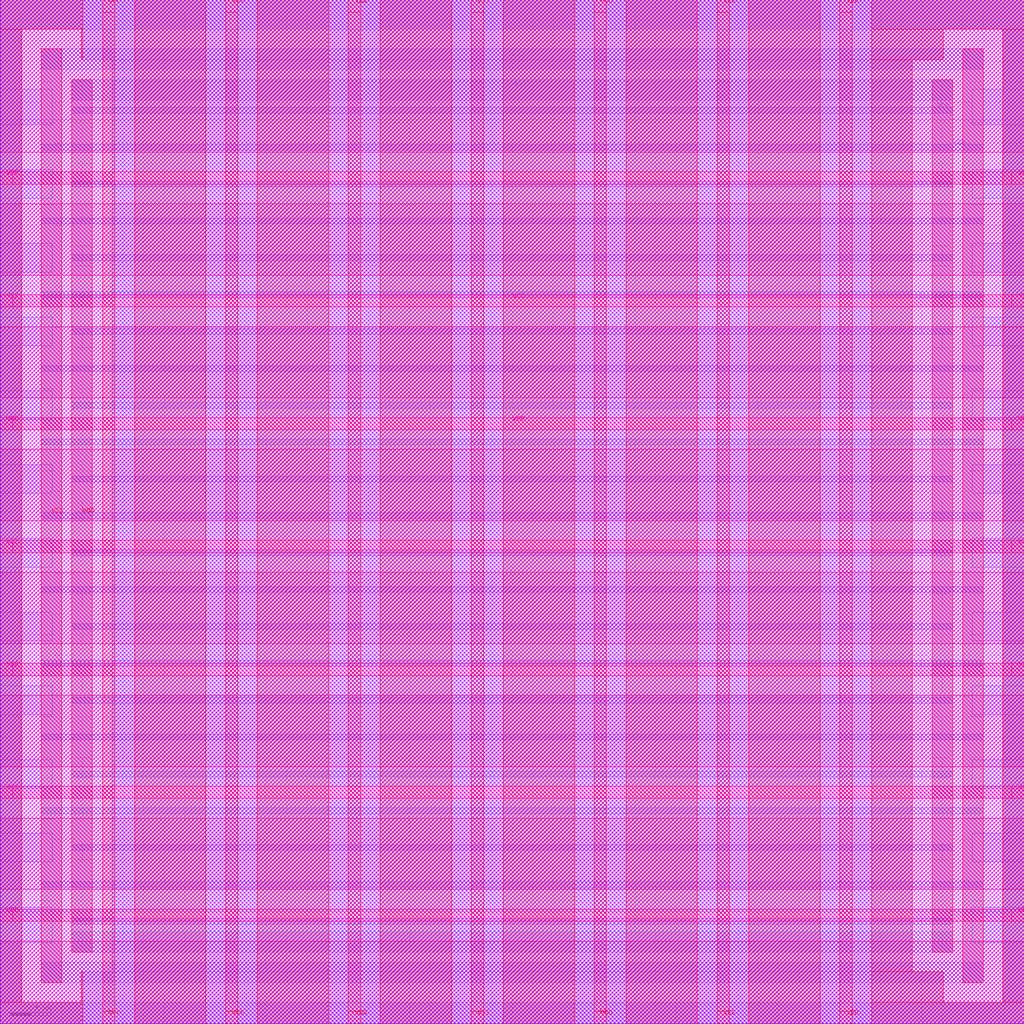
<source format=lef>
###############################################################
#  Generated by:      Cadence Innovus 21.37-s075_1
#  OS:                Linux x86_64(Host ID caen-vnc-mi04.engin.umich.edu)
#  Generated on:      Fri Feb 14 15:29:48 2025
#  Design:            xor_sbox
###############################################################

VERSION 5.8 ;

BUSBITCHARS "[]" ;
DIVIDERCHAR "/" ;

MACRO xor_sbox
  CLASS BLOCK ;
  SIZE 100.000000 BY 100.000000 ;
  FOREIGN xor_sbox 0.000000 0.000000 ;
  ORIGIN 0 0 ;
  SYMMETRY X Y R90 ;
  PIN text[7]
    DIRECTION INPUT ;
    USE SIGNAL ;
  END text[7]
  PIN text[6]
    DIRECTION INPUT ;
    USE SIGNAL ;
  END text[6]
  PIN text[5]
    DIRECTION INPUT ;
    USE SIGNAL ;
  END text[5]
  PIN text[4]
    DIRECTION INPUT ;
    USE SIGNAL ;
  END text[4]
  PIN text[3]
    DIRECTION INPUT ;
    USE SIGNAL ;
  END text[3]
  PIN text[2]
    DIRECTION INPUT ;
    USE SIGNAL ;
  END text[2]
  PIN text[1]
    DIRECTION INPUT ;
    USE SIGNAL ;
  END text[1]
  PIN text[0]
    DIRECTION INPUT ;
    USE SIGNAL ;
  END text[0]
  PIN key[7]
    DIRECTION INPUT ;
    USE SIGNAL ;
  END key[7]
  PIN key[6]
    DIRECTION INPUT ;
    USE SIGNAL ;
  END key[6]
  PIN key[5]
    DIRECTION INPUT ;
    USE SIGNAL ;
  END key[5]
  PIN key[4]
    DIRECTION INPUT ;
    USE SIGNAL ;
  END key[4]
  PIN key[3]
    DIRECTION INPUT ;
    USE SIGNAL ;
  END key[3]
  PIN key[2]
    DIRECTION INPUT ;
    USE SIGNAL ;
  END key[2]
  PIN key[1]
    DIRECTION INPUT ;
    USE SIGNAL ;
  END key[1]
  PIN key[0]
    DIRECTION INPUT ;
    USE SIGNAL ;
  END key[0]
  PIN out0[7]
    DIRECTION OUTPUT ;
    USE SIGNAL ;
  END out0[7]
  PIN out0[6]
    DIRECTION OUTPUT ;
    USE SIGNAL ;
  END out0[6]
  PIN out0[5]
    DIRECTION OUTPUT ;
    USE SIGNAL ;
  END out0[5]
  PIN out0[4]
    DIRECTION OUTPUT ;
    USE SIGNAL ;
  END out0[4]
  PIN out0[3]
    DIRECTION OUTPUT ;
    USE SIGNAL ;
  END out0[3]
  PIN out0[2]
    DIRECTION OUTPUT ;
    USE SIGNAL ;
  END out0[2]
  PIN out0[1]
    DIRECTION OUTPUT ;
    USE SIGNAL ;
  END out0[1]
  PIN out0[0]
    DIRECTION OUTPUT ;
    USE SIGNAL ;
  END out0[0]
  PIN VDD
    DIRECTION INOUT ;
    USE POWER ;
    PORT
      LAYER M5 ;
        RECT 0.000000 10.000000 1.200000 11.200000 ;
    END
    PORT
      LAYER M5 ;
        RECT 98.800000 10.000000 100.000000 11.200000 ;
    END
    PORT
      LAYER M5 ;
        RECT 0.000000 34.000000 1.200000 35.200000 ;
    END
    PORT
      LAYER M5 ;
        RECT 98.800000 34.000000 100.000000 35.200000 ;
    END
    PORT
      LAYER M5 ;
        RECT 0.000000 58.000000 1.200000 59.200000 ;
    END
    PORT
      LAYER M5 ;
        RECT 98.800000 58.000000 100.000000 59.200000 ;
    END
    PORT
      LAYER M5 ;
        RECT 0.000000 82.000000 1.200000 83.200000 ;
    END
    PORT
      LAYER M5 ;
        RECT 98.800000 82.000000 100.000000 83.200000 ;
    END
    PORT
      LAYER M4 ;
        RECT 10.000000 0.000000 11.200000 1.200000 ;
    END
    PORT
      LAYER M4 ;
        RECT 10.000000 98.800000 11.200000 100.000000 ;
    END
    PORT
      LAYER M4 ;
        RECT 34.000000 0.000000 35.200000 1.200000 ;
    END
    PORT
      LAYER M4 ;
        RECT 34.000000 98.800000 35.200000 100.000000 ;
    END
    PORT
      LAYER M4 ;
        RECT 58.000000 0.000000 59.200000 1.200000 ;
    END
    PORT
      LAYER M4 ;
        RECT 58.000000 98.800000 59.200000 100.000000 ;
    END
    PORT
      LAYER M4 ;
        RECT 82.000000 0.000000 83.200000 1.200000 ;
    END
    PORT
      LAYER M4 ;
        RECT 82.000000 98.800000 83.200000 100.000000 ;
    END

# P/G power stripe data as pin
    PORT
      LAYER M1 ;
        RECT 7.000000 7.000000 93.000000 9.000000 ;
        RECT 10.000000 24.120000 90.000000 24.680000 ;
        RECT 10.000000 16.920000 90.000000 17.480000 ;
        RECT 10.000000 9.720000 90.000000 10.280000 ;
        RECT 10.000000 45.720000 90.000000 46.280000 ;
        RECT 10.000000 38.520000 90.000000 39.080000 ;
        RECT 10.000000 31.320000 90.000000 31.880000 ;
        RECT 7.000000 9.720000 10.000000 10.280000 ;
        RECT 7.000000 24.120000 10.000000 24.680000 ;
        RECT 7.000000 16.920000 10.000000 17.480000 ;
        RECT 7.000000 31.320000 10.000000 31.880000 ;
        RECT 7.000000 38.520000 10.000000 39.080000 ;
        RECT 7.000000 45.720000 10.000000 46.280000 ;
        RECT 90.000000 9.720000 93.000000 10.280000 ;
        RECT 90.000000 16.920000 93.000000 17.480000 ;
        RECT 90.000000 24.120000 93.000000 24.680000 ;
        RECT 90.000000 31.320000 93.000000 31.880000 ;
        RECT 90.000000 38.520000 93.000000 39.080000 ;
        RECT 90.000000 45.720000 93.000000 46.280000 ;
        RECT 10.000000 52.920000 90.000000 53.480000 ;
        RECT 10.000000 60.120000 90.000000 60.680000 ;
        RECT 10.000000 67.320000 90.000000 67.880000 ;
        RECT 10.000000 74.520000 90.000000 75.080000 ;
        RECT 10.000000 81.720000 90.000000 82.280000 ;
        RECT 10.000000 88.920000 90.000000 89.480000 ;
        RECT 7.000000 90.200000 93.000000 92.200000 ;
        RECT 7.000000 74.520000 10.000000 75.080000 ;
        RECT 7.000000 52.920000 10.000000 53.480000 ;
        RECT 7.000000 60.120000 10.000000 60.680000 ;
        RECT 7.000000 67.320000 10.000000 67.880000 ;
        RECT 7.000000 81.720000 10.000000 82.280000 ;
        RECT 7.000000 88.920000 10.000000 89.480000 ;
        RECT 90.000000 74.520000 93.000000 75.080000 ;
        RECT 90.000000 52.920000 93.000000 53.480000 ;
        RECT 90.000000 60.120000 93.000000 60.680000 ;
        RECT 90.000000 67.320000 93.000000 67.880000 ;
        RECT 90.000000 81.720000 93.000000 82.280000 ;
        RECT 90.000000 88.920000 93.000000 89.480000 ;
      LAYER M2 ;
        RECT 91.000000 7.000000 93.000000 92.200000 ;
        RECT 7.000000 7.000000 9.000000 92.200000 ;
      LAYER M3 ;
        RECT 7.000000 7.000000 93.000000 9.000000 ;
        RECT 7.000000 90.200000 93.000000 92.200000 ;
      LAYER M4 ;
        RECT 82.000000 0.000000 83.200000 100.000000 ;
        RECT 58.000000 0.000000 59.200000 100.000000 ;
        RECT 34.000000 0.000000 35.200000 100.000000 ;
        RECT 10.000000 0.000000 11.200000 100.000000 ;
        RECT 91.000000 7.000000 93.000000 92.200000 ;
        RECT 7.000000 7.000000 9.000000 92.200000 ;
      LAYER M5 ;
        RECT 0.000000 10.000000 100.000000 11.200000 ;
        RECT 0.000000 34.000000 100.000000 35.200000 ;
        RECT 0.000000 82.000000 100.000000 83.200000 ;
        RECT 0.000000 58.000000 100.000000 59.200000 ;
    END
# end of P/G power stripe data as pin

  END VDD
  PIN VSS
    DIRECTION INOUT ;
    USE GROUND ;
    PORT
      LAYER M5 ;
        RECT 0.000000 22.000000 1.200000 23.200000 ;
    END
    PORT
      LAYER M5 ;
        RECT 98.800000 22.000000 100.000000 23.200000 ;
    END
    PORT
      LAYER M5 ;
        RECT 0.000000 46.000000 1.200000 47.200000 ;
    END
    PORT
      LAYER M5 ;
        RECT 98.800000 46.000000 100.000000 47.200000 ;
    END
    PORT
      LAYER M5 ;
        RECT 0.000000 70.000000 1.200000 71.200000 ;
    END
    PORT
      LAYER M5 ;
        RECT 98.800000 70.000000 100.000000 71.200000 ;
    END
    PORT
      LAYER M4 ;
        RECT 22.000000 0.000000 23.200000 1.200000 ;
    END
    PORT
      LAYER M4 ;
        RECT 22.000000 98.800000 23.200000 100.000000 ;
    END
    PORT
      LAYER M4 ;
        RECT 46.000000 0.000000 47.200000 1.200000 ;
    END
    PORT
      LAYER M4 ;
        RECT 46.000000 98.800000 47.200000 100.000000 ;
    END
    PORT
      LAYER M4 ;
        RECT 70.000000 0.000000 71.200000 1.200000 ;
    END
    PORT
      LAYER M4 ;
        RECT 70.000000 98.800000 71.200000 100.000000 ;
    END

# P/G power stripe data as pin
    PORT
      LAYER M1 ;
        RECT 4.000000 4.000000 96.000000 6.000000 ;
        RECT 10.000000 20.520000 90.000000 21.080000 ;
        RECT 10.000000 13.320000 90.000000 13.880000 ;
        RECT 10.000000 49.320000 90.000000 49.880000 ;
        RECT 10.000000 42.120000 90.000000 42.680000 ;
        RECT 10.000000 34.920000 90.000000 35.480000 ;
        RECT 10.000000 27.720000 90.000000 28.280000 ;
        RECT 4.000000 13.320000 10.000000 13.880000 ;
        RECT 4.000000 20.520000 10.000000 21.080000 ;
        RECT 4.000000 27.720000 10.000000 28.280000 ;
        RECT 4.000000 34.920000 10.000000 35.480000 ;
        RECT 4.000000 42.120000 10.000000 42.680000 ;
        RECT 4.000000 49.320000 10.000000 49.880000 ;
        RECT 90.000000 13.320000 96.000000 13.880000 ;
        RECT 90.000000 20.520000 96.000000 21.080000 ;
        RECT 90.000000 27.720000 96.000000 28.280000 ;
        RECT 90.000000 34.920000 96.000000 35.480000 ;
        RECT 90.000000 42.120000 96.000000 42.680000 ;
        RECT 90.000000 49.320000 96.000000 49.880000 ;
        RECT 10.000000 56.520000 90.000000 57.080000 ;
        RECT 10.000000 63.720000 90.000000 64.280000 ;
        RECT 10.000000 70.920000 90.000000 71.480000 ;
        RECT 10.000000 78.120000 90.000000 78.680000 ;
        RECT 10.000000 85.320000 90.000000 85.880000 ;
        RECT 4.000000 93.200000 96.000000 95.200000 ;
        RECT 4.000000 56.520000 10.000000 57.080000 ;
        RECT 4.000000 63.720000 10.000000 64.280000 ;
        RECT 4.000000 70.920000 10.000000 71.480000 ;
        RECT 4.000000 78.120000 10.000000 78.680000 ;
        RECT 4.000000 85.320000 10.000000 85.880000 ;
        RECT 90.000000 56.520000 96.000000 57.080000 ;
        RECT 90.000000 63.720000 96.000000 64.280000 ;
        RECT 90.000000 70.920000 96.000000 71.480000 ;
        RECT 90.000000 78.120000 96.000000 78.680000 ;
        RECT 90.000000 85.320000 96.000000 85.880000 ;
      LAYER M2 ;
        RECT 94.000000 4.000000 96.000000 95.200000 ;
        RECT 4.000000 4.000000 6.000000 95.200000 ;
      LAYER M3 ;
        RECT 4.000000 4.000000 96.000000 6.000000 ;
        RECT 4.000000 93.200000 96.000000 95.200000 ;
      LAYER M4 ;
        RECT 70.000000 0.000000 71.200000 100.000000 ;
        RECT 46.000000 0.000000 47.200000 100.000000 ;
        RECT 22.000000 0.000000 23.200000 100.000000 ;
        RECT 94.000000 4.000000 96.000000 95.200000 ;
        RECT 4.000000 4.000000 6.000000 95.200000 ;
      LAYER M5 ;
        RECT 0.000000 22.000000 100.000000 23.200000 ;
        RECT 0.000000 46.000000 100.000000 47.200000 ;
        RECT 0.000000 70.000000 100.000000 71.200000 ;
    END
# end of P/G power stripe data as pin

  END VSS
  OBS
    LAYER M1 ;
      RECT 0.000000 97.120000 100.000000 100.000000 ;
      RECT 97.920000 91.280000 100.000000 97.120000 ;
      RECT 0.000000 91.280000 2.080000 97.120000 ;
      RECT 94.920000 87.800000 100.000000 91.280000 ;
      RECT 0.000000 87.800000 5.080000 91.280000 ;
      RECT 97.920000 83.400000 100.000000 87.800000 ;
      RECT 0.000000 83.400000 2.080000 87.800000 ;
      RECT 94.920000 80.600000 100.000000 83.400000 ;
      RECT 0.000000 80.600000 5.080000 83.400000 ;
      RECT 97.920000 76.200000 100.000000 80.600000 ;
      RECT 0.000000 76.200000 2.080000 80.600000 ;
      RECT 94.920000 73.400000 100.000000 76.200000 ;
      RECT 0.000000 73.400000 5.080000 76.200000 ;
      RECT 97.920000 69.000000 100.000000 73.400000 ;
      RECT 0.000000 69.000000 2.080000 73.400000 ;
      RECT 94.920000 66.200000 100.000000 69.000000 ;
      RECT 0.000000 66.200000 5.080000 69.000000 ;
      RECT 97.920000 61.800000 100.000000 66.200000 ;
      RECT 0.000000 61.800000 2.080000 66.200000 ;
      RECT 94.920000 59.000000 100.000000 61.800000 ;
      RECT 0.000000 59.000000 5.080000 61.800000 ;
      RECT 97.920000 54.600000 100.000000 59.000000 ;
      RECT 0.000000 54.600000 2.080000 59.000000 ;
      RECT 94.920000 51.800000 100.000000 54.600000 ;
      RECT 0.000000 51.800000 5.080000 54.600000 ;
      RECT 97.920000 47.400000 100.000000 51.800000 ;
      RECT 0.000000 47.400000 2.080000 51.800000 ;
      RECT 94.920000 44.600000 100.000000 47.400000 ;
      RECT 0.000000 44.600000 5.080000 47.400000 ;
      RECT 97.920000 40.200000 100.000000 44.600000 ;
      RECT 0.000000 40.200000 2.080000 44.600000 ;
      RECT 94.920000 37.400000 100.000000 40.200000 ;
      RECT 0.000000 37.400000 5.080000 40.200000 ;
      RECT 97.920000 33.000000 100.000000 37.400000 ;
      RECT 0.000000 33.000000 2.080000 37.400000 ;
      RECT 94.920000 30.200000 100.000000 33.000000 ;
      RECT 0.000000 30.200000 5.080000 33.000000 ;
      RECT 97.920000 25.800000 100.000000 30.200000 ;
      RECT 0.000000 25.800000 2.080000 30.200000 ;
      RECT 94.920000 23.000000 100.000000 25.800000 ;
      RECT 0.000000 23.000000 5.080000 25.800000 ;
      RECT 97.920000 18.600000 100.000000 23.000000 ;
      RECT 0.000000 18.600000 2.080000 23.000000 ;
      RECT 94.920000 15.800000 100.000000 18.600000 ;
      RECT 0.000000 15.800000 5.080000 18.600000 ;
      RECT 97.920000 11.400000 100.000000 15.800000 ;
      RECT 0.000000 11.400000 2.080000 15.800000 ;
      RECT 94.920000 7.920000 100.000000 11.400000 ;
      RECT 0.000000 7.920000 5.080000 11.400000 ;
      RECT 97.920000 2.080000 100.000000 7.920000 ;
      RECT 0.000000 2.080000 2.080000 7.920000 ;
      RECT 0.000000 0.000000 100.000000 2.080000 ;
    LAYER M2 ;
      RECT 0.000000 97.120000 100.000000 100.000000 ;
      RECT 7.920000 94.120000 92.080000 97.120000 ;
      RECT 10.920000 5.080000 89.080000 94.120000 ;
      RECT 97.920000 2.080000 100.000000 97.120000 ;
      RECT 7.920000 2.080000 92.080000 5.080000 ;
      RECT 0.000000 2.080000 2.080000 97.120000 ;
      RECT 0.000000 0.000000 100.000000 2.080000 ;
    LAYER M3 ;
      RECT 0.000000 97.120000 100.000000 100.000000 ;
      RECT 97.920000 91.280000 100.000000 97.120000 ;
      RECT 0.000000 91.280000 2.080000 97.120000 ;
      RECT 94.920000 88.280000 100.000000 91.280000 ;
      RECT 0.000000 88.280000 5.080000 91.280000 ;
      RECT 0.000000 10.920000 100.000000 88.280000 ;
      RECT 94.920000 7.920000 100.000000 10.920000 ;
      RECT 0.000000 7.920000 5.080000 10.920000 ;
      RECT 97.920000 2.080000 100.000000 7.920000 ;
      RECT 0.000000 2.080000 2.080000 7.920000 ;
      RECT 0.000000 0.000000 100.000000 2.080000 ;
    LAYER M4 ;
      RECT 85.120000 97.120000 100.000000 100.000000 ;
      RECT 0.000000 97.120000 8.080000 100.000000 ;
      RECT 85.120000 94.120000 92.080000 97.120000 ;
      RECT 7.920000 94.120000 8.080000 97.120000 ;
      RECT 85.120000 5.080000 89.080000 94.120000 ;
      RECT 97.920000 2.080000 100.000000 97.120000 ;
      RECT 85.120000 2.080000 92.080000 5.080000 ;
      RECT 7.920000 2.080000 8.080000 5.080000 ;
      RECT 0.000000 2.080000 2.080000 97.120000 ;
      RECT 85.120000 0.000000 100.000000 2.080000 ;
      RECT 73.120000 0.000000 80.080000 100.000000 ;
      RECT 61.120000 0.000000 68.080000 100.000000 ;
      RECT 49.120000 0.000000 56.080000 100.000000 ;
      RECT 37.120000 0.000000 44.080000 100.000000 ;
      RECT 25.120000 0.000000 32.080000 100.000000 ;
      RECT 13.120000 0.000000 20.080000 100.000000 ;
      RECT 0.000000 0.000000 8.080000 2.080000 ;
    LAYER M5 ;
      RECT 0.000000 85.120000 100.000000 100.000000 ;
      RECT 0.000000 73.120000 100.000000 80.080000 ;
      RECT 0.000000 61.120000 100.000000 68.080000 ;
      RECT 0.000000 49.120000 100.000000 56.080000 ;
      RECT 0.000000 37.120000 100.000000 44.080000 ;
      RECT 0.000000 25.120000 100.000000 32.080000 ;
      RECT 0.000000 13.120000 100.000000 20.080000 ;
      RECT 0.000000 0.000000 100.000000 8.080000 ;
    LAYER M6 ;
      RECT 0.000000 0.000000 100.000000 100.000000 ;
    LAYER MQ ;
      RECT 0.000000 0.000000 100.000000 100.000000 ;
    LAYER LM ;
      RECT 0.000000 0.000000 100.000000 100.000000 ;
  END
END xor_sbox

END LIBRARY

</source>
